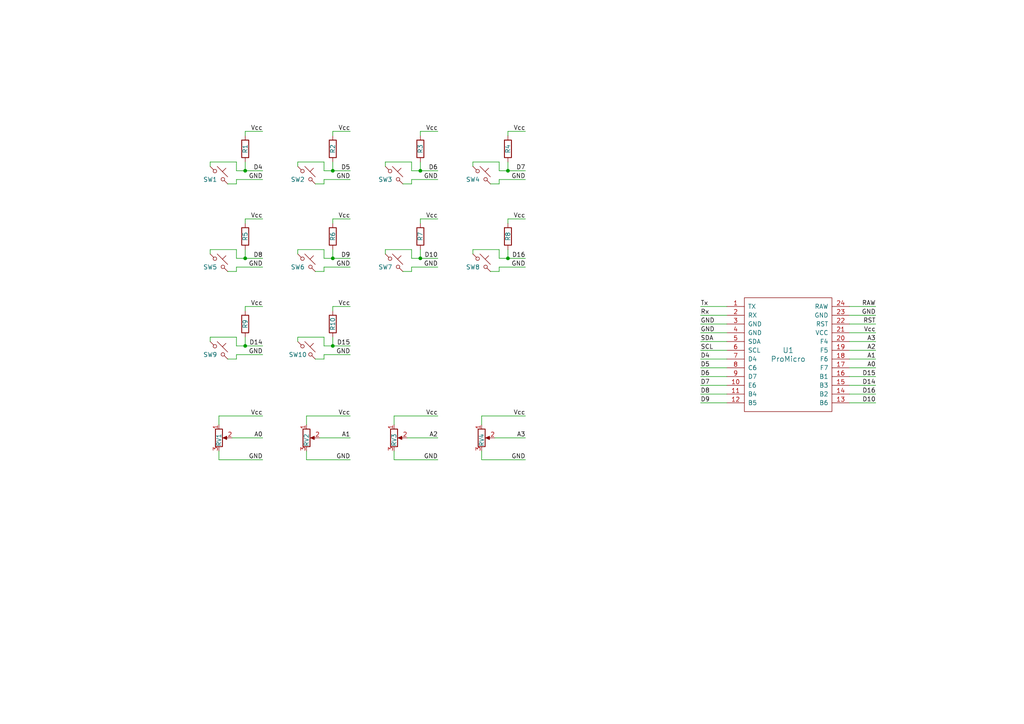
<source format=kicad_sch>
(kicad_sch (version 20230121) (generator eeschema)
  (paper "A4")
  (lib_symbols
    (symbol "Device:R" (pin_numbers hide) (pin_names (offset 0))
      (property "Reference" "R" (at 2.032 0 90))
      (property "Value" "R" (at 0 0 90))
      (symbol "R_0_1"
        (rectangle (start -1.016 -2.54) (end 1.016 2.54) (stroke (width 0.254)))
      )
      (symbol "R_1_1"
        (pin passive line (at 0 3.81 270) (length 1.27) (name "~") (number "1"))
        (pin passive line (at 0 -3.81 90) (length 1.27) (name "~") (number "2"))
      )
    )
    (symbol "Device:R_Potentiometer" (pin_names (offset 1.016) hide)
      (property "Reference" "RV" (at -4.445 0 90))
      (property "Value" "R_Potentiometer" (at -2.54 0 90))
      (symbol "R_Potentiometer_0_1"
        (polyline (pts (xy 2.54 0) (xy 1.524 0)))
        (polyline (pts (xy 1.143 0) (xy 2.286 0.508) (xy 2.286 -0.508) (xy 1.143 0)) (fill (type outline)))
        (rectangle (start 1.016 2.54) (end -1.016 -2.54) (stroke (width 0.254)))
      )
      (symbol "R_Potentiometer_1_1"
        (pin passive line (at 0 3.81 270) (length 1.27) (name "1") (number "1"))
        (pin passive line (at 3.81 0 180) (length 1.27) (name "2") (number "2"))
        (pin passive line (at 0 -3.81 90) (length 1.27) (name "3") (number "3"))
      )
    )
    (symbol "Switch:SW_Push_45deg" (pin_numbers hide) (pin_names (offset 1.016) hide)
      (property "Reference" "SW" (at 3.048 1.016 0))
      (property "Value" "SW_Push_45deg" (at 0 -3.81 0))
      (symbol "SW_Push_45deg_0_1"
        (circle (center -1.1684 1.1684) (radius 0.508))
        (polyline (pts (xy -0.508 2.54) (xy 2.54 -0.508)))
        (polyline (pts (xy 1.016 1.016) (xy 2.032 2.032)))
        (polyline (pts (xy -2.54 2.54) (xy -1.524 1.524) (xy -1.524 1.524)))
        (polyline (pts (xy 1.524 -1.524) (xy 2.54 -2.54) (xy 2.54 -2.54) (xy 2.54 -2.54)))
        (circle (center 1.143 -1.1938) (radius 0.508))
        (pin passive line (at -2.54 2.54 0) (length 0) (name "1") (number "1"))
        (pin passive line (at 2.54 -2.54 180) (length 0) (name "2") (number "2"))
      )
    )
    (symbol "promicro:ProMicro" (pin_names (offset 1.016))
      (property "Reference" "U" (at 0 24.13 0))
      (property "Value" "ProMicro" (at 0 -13.97 0))
      (symbol "ProMicro_0_1"
        (rectangle (start -12.7 21.59) (end 12.7 -11.43))
      )
      (symbol "ProMicro_1_1"
        (pin bidirectional line (at -17.78 19.05 0) (length 5.08) (name "TX") (number "1"))
        (pin bidirectional line (at -17.78 -3.81 0) (length 5.08) (name "E6") (number "10"))
        (pin bidirectional line (at -17.78 -6.35 0) (length 5.08) (name "B4") (number "11"))
        (pin bidirectional line (at -17.78 -8.89 0) (length 5.08) (name "B5") (number "12"))
        (pin bidirectional line (at 17.78 -8.89 180) (length 5.08) (name "B6") (number "13"))
        (pin bidirectional line (at 17.78 -6.35 180) (length 5.08) (name "B2") (number "14"))
        (pin bidirectional line (at 17.78 -3.81 180) (length 5.08) (name "B3") (number "15"))
        (pin bidirectional line (at 17.78 -1.27 180) (length 5.08) (name "B1") (number "16"))
        (pin bidirectional line (at 17.78 1.27 180) (length 5.08) (name "F7") (number "17"))
        (pin bidirectional line (at 17.78 3.81 180) (length 5.08) (name "F6") (number "18"))
        (pin bidirectional line (at 17.78 6.35 180) (length 5.08) (name "F5") (number "19"))
        (pin bidirectional line (at -17.78 16.51 0) (length 5.08) (name "RX") (number "2"))
        (pin bidirectional line (at 17.78 8.89 180) (length 5.08) (name "F4") (number "20"))
        (pin power_in line (at 17.78 11.43 180) (length 5.08) (name "VCC") (number "21"))
        (pin input line (at 17.78 13.97 180) (length 5.08) (name "RST") (number "22"))
        (pin power_in line (at 17.78 16.51 180) (length 5.08) (name "GND") (number "23"))
        (pin power_out line (at 17.78 19.05 180) (length 5.08) (name "RAW") (number "24"))
        (pin power_in line (at -17.78 13.97 0) (length 5.08) (name "GND") (number "3"))
        (pin power_in line (at -17.78 11.43 0) (length 5.08) (name "GND") (number "4"))
        (pin bidirectional line (at -17.78 8.89 0) (length 5.08) (name "SDA") (number "5"))
        (pin bidirectional line (at -17.78 6.35 0) (length 5.08) (name "SCL") (number "6"))
        (pin bidirectional line (at -17.78 3.81 0) (length 5.08) (name "D4") (number "7"))
        (pin bidirectional line (at -17.78 1.27 0) (length 5.08) (name "C6") (number "8"))
        (pin bidirectional line (at -17.78 -1.27 0) (length 5.08) (name "D7") (number "9"))
      )
    )
  )
  (junction (at 96.52 49.53))
  (junction (at 96.52 100.33))
  (junction (at 96.52 74.93))
  (junction (at 121.92 74.93))
  (junction (at 147.32 49.53))
  (junction (at 71.12 74.93))
  (junction (at 121.92 49.53))
  (junction (at 71.12 49.53))
  (junction (at 147.32 74.93))
  (junction (at 71.12 100.33))
  (wire (pts (xy 68.58 77.47) (xy 68.58 78.74)))
  (wire (pts (xy 63.5 120.65) (xy 63.5 123.19)))
  (wire (pts (xy 246.38 93.98) (xy 254 93.98)))
  (wire (pts (xy 144.78 72.39) (xy 137.16 72.39)))
  (wire (pts (xy 68.58 74.93) (xy 68.58 72.39)))
  (wire (pts (xy 76.2 63.5) (xy 71.12 63.5)))
  (wire (pts (xy 152.4 38.1) (xy 147.32 38.1)))
  (wire (pts (xy 96.52 88.9) (xy 96.52 90.17)))
  (wire (pts (xy 68.58 74.93) (xy 71.12 74.93)))
  (wire (pts (xy 68.58 104.14) (xy 66.04 104.14)))
  (wire (pts (xy 67.31 127) (xy 76.2 127)))
  (wire (pts (xy 101.6 133.35) (xy 88.9 133.35)))
  (wire (pts (xy 121.92 74.93) (xy 121.92 72.39)))
  (wire (pts (xy 203.2 106.68) (xy 210.82 106.68)))
  (wire (pts (xy 71.12 49.53) (xy 76.2 49.53)))
  (wire (pts (xy 96.52 100.33) (xy 101.6 100.33)))
  (wire (pts (xy 147.32 49.53) (xy 147.32 46.99)))
  (wire (pts (xy 68.58 100.33) (xy 68.58 97.79)))
  (wire (pts (xy 119.38 77.47) (xy 127 77.47)))
  (wire (pts (xy 144.78 77.47) (xy 152.4 77.47)))
  (wire (pts (xy 101.6 120.65) (xy 88.9 120.65)))
  (wire (pts (xy 93.98 74.93) (xy 93.98 72.39)))
  (wire (pts (xy 119.38 46.99) (xy 111.76 46.99)))
  (wire (pts (xy 121.92 38.1) (xy 121.92 39.37)))
  (wire (pts (xy 119.38 72.39) (xy 111.76 72.39)))
  (wire (pts (xy 76.2 133.35) (xy 63.5 133.35)))
  (wire (pts (xy 118.11 127) (xy 127 127)))
  (wire (pts (xy 101.6 63.5) (xy 96.52 63.5)))
  (wire (pts (xy 76.2 120.65) (xy 63.5 120.65)))
  (wire (pts (xy 147.32 63.5) (xy 147.32 64.77)))
  (wire (pts (xy 68.58 100.33) (xy 71.12 100.33)))
  (wire (pts (xy 203.2 93.98) (xy 210.82 93.98)))
  (wire (pts (xy 246.38 106.68) (xy 254 106.68)))
  (wire (pts (xy 119.38 77.47) (xy 119.38 78.74)))
  (wire (pts (xy 119.38 52.07) (xy 119.38 53.34)))
  (wire (pts (xy 203.2 109.22) (xy 210.82 109.22)))
  (wire (pts (xy 93.98 102.87) (xy 101.6 102.87)))
  (wire (pts (xy 144.78 52.07) (xy 144.78 53.34)))
  (wire (pts (xy 111.76 72.39) (xy 111.76 73.66)))
  (wire (pts (xy 203.2 116.84) (xy 210.82 116.84)))
  (wire (pts (xy 93.98 52.07) (xy 93.98 53.34)))
  (wire (pts (xy 68.58 102.87) (xy 76.2 102.87)))
  (wire (pts (xy 147.32 38.1) (xy 147.32 39.37)))
  (wire (pts (xy 144.78 77.47) (xy 144.78 78.74)))
  (wire (pts (xy 137.16 72.39) (xy 137.16 73.66)))
  (wire (pts (xy 92.71 127) (xy 101.6 127)))
  (wire (pts (xy 121.92 49.53) (xy 127 49.53)))
  (wire (pts (xy 71.12 74.93) (xy 71.12 72.39)))
  (wire (pts (xy 68.58 77.47) (xy 76.2 77.47)))
  (wire (pts (xy 93.98 52.07) (xy 101.6 52.07)))
  (wire (pts (xy 127 133.35) (xy 114.3 133.35)))
  (wire (pts (xy 76.2 88.9) (xy 71.12 88.9)))
  (wire (pts (xy 144.78 49.53) (xy 144.78 46.99)))
  (wire (pts (xy 96.52 49.53) (xy 101.6 49.53)))
  (wire (pts (xy 68.58 49.53) (xy 71.12 49.53)))
  (wire (pts (xy 246.38 109.22) (xy 254 109.22)))
  (wire (pts (xy 111.76 46.99) (xy 111.76 48.26)))
  (wire (pts (xy 60.96 72.39) (xy 60.96 73.66)))
  (wire (pts (xy 246.38 88.9) (xy 254 88.9)))
  (wire (pts (xy 144.78 52.07) (xy 152.4 52.07)))
  (wire (pts (xy 101.6 88.9) (xy 96.52 88.9)))
  (wire (pts (xy 88.9 133.35) (xy 88.9 130.81)))
  (wire (pts (xy 68.58 72.39) (xy 60.96 72.39)))
  (wire (pts (xy 71.12 100.33) (xy 71.12 97.79)))
  (wire (pts (xy 152.4 133.35) (xy 139.7 133.35)))
  (wire (pts (xy 93.98 102.87) (xy 93.98 104.14)))
  (wire (pts (xy 152.4 120.65) (xy 139.7 120.65)))
  (wire (pts (xy 203.2 96.52) (xy 210.82 96.52)))
  (wire (pts (xy 60.96 97.79) (xy 60.96 99.06)))
  (wire (pts (xy 147.32 49.53) (xy 152.4 49.53)))
  (wire (pts (xy 68.58 53.34) (xy 66.04 53.34)))
  (wire (pts (xy 71.12 100.33) (xy 76.2 100.33)))
  (wire (pts (xy 139.7 133.35) (xy 139.7 130.81)))
  (wire (pts (xy 144.78 74.93) (xy 147.32 74.93)))
  (wire (pts (xy 68.58 52.07) (xy 68.58 53.34)))
  (wire (pts (xy 114.3 120.65) (xy 114.3 123.19)))
  (wire (pts (xy 203.2 104.14) (xy 210.82 104.14)))
  (wire (pts (xy 86.36 46.99) (xy 86.36 48.26)))
  (wire (pts (xy 68.58 102.87) (xy 68.58 104.14)))
  (wire (pts (xy 68.58 52.07) (xy 76.2 52.07)))
  (wire (pts (xy 68.58 46.99) (xy 60.96 46.99)))
  (wire (pts (xy 119.38 49.53) (xy 119.38 46.99)))
  (wire (pts (xy 147.32 74.93) (xy 147.32 72.39)))
  (wire (pts (xy 203.2 99.06) (xy 210.82 99.06)))
  (wire (pts (xy 143.51 127) (xy 152.4 127)))
  (wire (pts (xy 203.2 91.44) (xy 210.82 91.44)))
  (wire (pts (xy 246.38 99.06) (xy 254 99.06)))
  (wire (pts (xy 93.98 77.47) (xy 101.6 77.47)))
  (wire (pts (xy 101.6 38.1) (xy 96.52 38.1)))
  (wire (pts (xy 93.98 49.53) (xy 93.98 46.99)))
  (wire (pts (xy 68.58 97.79) (xy 60.96 97.79)))
  (wire (pts (xy 246.38 116.84) (xy 254 116.84)))
  (wire (pts (xy 71.12 74.93) (xy 76.2 74.93)))
  (wire (pts (xy 93.98 97.79) (xy 86.36 97.79)))
  (wire (pts (xy 144.78 49.53) (xy 147.32 49.53)))
  (wire (pts (xy 246.38 104.14) (xy 254 104.14)))
  (wire (pts (xy 93.98 46.99) (xy 86.36 46.99)))
  (wire (pts (xy 119.38 78.74) (xy 116.84 78.74)))
  (wire (pts (xy 137.16 46.99) (xy 137.16 48.26)))
  (wire (pts (xy 88.9 120.65) (xy 88.9 123.19)))
  (wire (pts (xy 119.38 53.34) (xy 116.84 53.34)))
  (wire (pts (xy 86.36 72.39) (xy 86.36 73.66)))
  (wire (pts (xy 93.98 78.74) (xy 91.44 78.74)))
  (wire (pts (xy 93.98 72.39) (xy 86.36 72.39)))
  (wire (pts (xy 246.38 111.76) (xy 254 111.76)))
  (wire (pts (xy 114.3 133.35) (xy 114.3 130.81)))
  (wire (pts (xy 144.78 74.93) (xy 144.78 72.39)))
  (wire (pts (xy 93.98 53.34) (xy 91.44 53.34)))
  (wire (pts (xy 96.52 74.93) (xy 101.6 74.93)))
  (wire (pts (xy 96.52 63.5) (xy 96.52 64.77)))
  (wire (pts (xy 119.38 49.53) (xy 121.92 49.53)))
  (wire (pts (xy 76.2 38.1) (xy 71.12 38.1)))
  (wire (pts (xy 144.78 46.99) (xy 137.16 46.99)))
  (wire (pts (xy 93.98 77.47) (xy 93.98 78.74)))
  (wire (pts (xy 203.2 114.3) (xy 210.82 114.3)))
  (wire (pts (xy 203.2 88.9) (xy 210.82 88.9)))
  (wire (pts (xy 93.98 100.33) (xy 96.52 100.33)))
  (wire (pts (xy 71.12 49.53) (xy 71.12 46.99)))
  (wire (pts (xy 147.32 74.93) (xy 152.4 74.93)))
  (wire (pts (xy 203.2 101.6) (xy 210.82 101.6)))
  (wire (pts (xy 60.96 46.99) (xy 60.96 48.26)))
  (wire (pts (xy 96.52 49.53) (xy 96.52 46.99)))
  (wire (pts (xy 71.12 88.9) (xy 71.12 90.17)))
  (wire (pts (xy 96.52 100.33) (xy 96.52 97.79)))
  (wire (pts (xy 93.98 49.53) (xy 96.52 49.53)))
  (wire (pts (xy 93.98 100.33) (xy 93.98 97.79)))
  (wire (pts (xy 121.92 63.5) (xy 121.92 64.77)))
  (wire (pts (xy 93.98 74.93) (xy 96.52 74.93)))
  (wire (pts (xy 246.38 91.44) (xy 254 91.44)))
  (wire (pts (xy 119.38 74.93) (xy 121.92 74.93)))
  (wire (pts (xy 127 38.1) (xy 121.92 38.1)))
  (wire (pts (xy 152.4 63.5) (xy 147.32 63.5)))
  (wire (pts (xy 68.58 78.74) (xy 66.04 78.74)))
  (wire (pts (xy 246.38 114.3) (xy 254 114.3)))
  (wire (pts (xy 119.38 74.93) (xy 119.38 72.39)))
  (wire (pts (xy 71.12 38.1) (xy 71.12 39.37)))
  (wire (pts (xy 144.78 53.34) (xy 142.24 53.34)))
  (wire (pts (xy 246.38 101.6) (xy 254 101.6)))
  (wire (pts (xy 246.38 96.52) (xy 254 96.52)))
  (wire (pts (xy 144.78 78.74) (xy 142.24 78.74)))
  (wire (pts (xy 139.7 120.65) (xy 139.7 123.19)))
  (wire (pts (xy 121.92 49.53) (xy 121.92 46.99)))
  (wire (pts (xy 121.92 74.93) (xy 127 74.93)))
  (wire (pts (xy 86.36 97.79) (xy 86.36 99.06)))
  (wire (pts (xy 127 63.5) (xy 121.92 63.5)))
  (wire (pts (xy 203.2 111.76) (xy 210.82 111.76)))
  (wire (pts (xy 93.98 104.14) (xy 91.44 104.14)))
  (wire (pts (xy 71.12 63.5) (xy 71.12 64.77)))
  (wire (pts (xy 127 120.65) (xy 114.3 120.65)))
  (wire (pts (xy 63.5 133.35) (xy 63.5 130.81)))
  (wire (pts (xy 119.38 52.07) (xy 127 52.07)))
  (wire (pts (xy 96.52 38.1) (xy 96.52 39.37)))
  (wire (pts (xy 96.52 74.93) (xy 96.52 72.39)))
  (wire (pts (xy 68.58 49.53) (xy 68.58 46.99)))
  (label "Vcc" (at 152.4 63.5 180))
  (label "Vcc" (at 101.6 120.65 180))
  (label "Vcc" (at 254 96.52 180))
  (label "A3" (at 254 99.06 180))
  (label "GND" (at 101.6 52.07 180))
  (label "GND" (at 203.2 96.52 0))
  (label "D14" (at 254 111.76 180))
  (label "A0" (at 254 106.68 180))
  (label "GND" (at 127 52.07 180))
  (label "RAW" (at 254 88.9 180))
  (label "GND" (at 76.2 133.35 180))
  (label "Vcc" (at 101.6 63.5 180))
  (label "A2" (at 127 127 180))
  (label "A3" (at 152.4 127 180))
  (label "D10" (at 127 74.93 180))
  (label "GND" (at 203.2 93.98 0))
  (label "D9" (at 101.6 74.93 180))
  (label "D14" (at 76.2 100.33 180))
  (label "A1" (at 254 104.14 180))
  (label "D6" (at 203.2 109.22 0))
  (label "D4" (at 76.2 49.53 180))
  (label "Vcc" (at 76.2 38.1 180))
  (label "SDA" (at 203.2 99.06 0))
  (label "Tx" (at 203.2 88.9 0))
  (label "GND" (at 127 77.47 180))
  (label "D5" (at 101.6 49.53 180))
  (label "D9" (at 203.2 116.84 0))
  (label "Rx" (at 203.2 91.44 0))
  (label "SCL" (at 203.2 101.6 0))
  (label "D10" (at 254 116.84 180))
  (label "A1" (at 101.6 127 180))
  (label "Vcc" (at 152.4 38.1 180))
  (label "GND" (at 152.4 52.07 180))
  (label "GND" (at 152.4 77.47 180))
  (label "Vcc" (at 76.2 88.9 180))
  (label "D16" (at 254 114.3 180))
  (label "GND" (at 101.6 102.87 180))
  (label "D4" (at 203.2 104.14 0))
  (label "GND" (at 76.2 77.47 180))
  (label "D7" (at 152.4 49.53 180))
  (label "D16" (at 152.4 74.93 180))
  (label "D15" (at 101.6 100.33 180))
  (label "D8" (at 76.2 74.93 180))
  (label "A2" (at 254 101.6 180))
  (label "GND" (at 76.2 52.07 180))
  (label "Vcc" (at 76.2 63.5 180))
  (label "Vcc" (at 76.2 120.65 180))
  (label "GND" (at 152.4 133.35 180))
  (label "Vcc" (at 101.6 88.9 180))
  (label "D7" (at 203.2 111.76 0))
  (label "Vcc" (at 127 120.65 180))
  (label "D5" (at 203.2 106.68 0))
  (label "GND" (at 127 133.35 180))
  (label "GND" (at 76.2 102.87 180))
  (label "D15" (at 254 109.22 180))
  (label "Vcc" (at 127 63.5 180))
  (label "A0" (at 76.2 127 180))
  (label "Vcc" (at 127 38.1 180))
  (label "Vcc" (at 152.4 120.65 180))
  (label "RST" (at 254 93.98 180))
  (label "GND" (at 254 91.44 180))
  (label "GND" (at 101.6 133.35 180))
  (label "D8" (at 203.2 114.3 0))
  (label "GND" (at 101.6 77.47 180))
  (label "D6" (at 127 49.53 180))
  (label "Vcc" (at 101.6 38.1 180))
  (symbol (lib_id "Device:R") (at 71.12 68.58 180) (unit 1)
    (property "Reference" "R5" (at 71.12 68.58 90))
    (property "Value" "10k" (effects hide))
    (property "Footprint" "Resistor_SMD:R_1206_3216Metric" (effects hide))
  )
  (symbol (lib_id "Switch:SW_Push_45deg") (at 88.9 76.2 0) (unit 1)
    (property "Reference" "SW6" (at 86.36 77.47 0))
    (property "Value" "SW_Push_45deg" (effects hide))
    (property "Footprint" "Button_Switch_THT:SW_PUSH-12mm" (effects hide))
  )
  (symbol (lib_id "Device:R_Potentiometer") (at 114.3 127 0) (unit 1)
    (property "Reference" "RV3" (at 114.3 125.73 90) (effects (justify right)))
    (property "Value" "10k" (effects hide))
    (property "Footprint" "Potentiometer_THT:Potentiometer_TT_P0915N" (effects hide))
  )
  (symbol (lib_id "Device:R") (at 121.92 68.58 180) (unit 1)
    (property "Reference" "R7" (at 121.92 68.58 90))
    (property "Value" "10k" (effects hide))
    (property "Footprint" "Resistor_SMD:R_1206_3216Metric" (effects hide))
  )
  (symbol (lib_id "Switch:SW_Push_45deg") (at 88.9 101.6 0) (unit 1)
    (property "Reference" "SW10" (at 86.36 102.87 0))
    (property "Value" "SW_Push_45deg" (effects hide))
    (property "Footprint" "Button_Switch_THT:SW_PUSH-12mm" (effects hide))
  )
  (symbol (lib_id "Switch:SW_Push_45deg") (at 63.5 101.6 0) (unit 1)
    (property "Reference" "SW9" (at 60.96 102.87 0))
    (property "Value" "SW_Push_45deg" (effects hide))
    (property "Footprint" "Button_Switch_THT:SW_PUSH-12mm" (effects hide))
  )
  (symbol (lib_id "Switch:SW_Push_45deg") (at 63.5 50.8 0) (unit 1)
    (property "Reference" "SW1" (at 60.96 52.07 0))
    (property "Value" "SW_Push_45deg" (effects hide))
    (property "Footprint" "Button_Switch_THT:SW_PUSH-12mm" (effects hide))
  )
  (symbol (lib_id "Device:R_Potentiometer") (at 88.9 127 0) (unit 1)
    (property "Reference" "RV2" (at 88.9 125.73 90) (effects (justify right)))
    (property "Value" "10k" (effects hide))
    (property "Footprint" "Potentiometer_THT:Potentiometer_TT_P0915N" (effects hide))
  )
  (symbol (lib_id "Device:R") (at 147.32 68.58 180) (unit 1)
    (property "Reference" "R8" (at 147.32 68.58 90))
    (property "Value" "10k" (effects hide))
    (property "Footprint" "Resistor_SMD:R_1206_3216Metric" (effects hide))
  )
  (symbol (lib_id "Switch:SW_Push_45deg") (at 139.7 50.8 0) (unit 1)
    (property "Reference" "SW4" (at 137.16 52.07 0))
    (property "Value" "SW_Push_45deg" (effects hide))
    (property "Footprint" "Button_Switch_THT:SW_PUSH-12mm" (effects hide))
  )
  (symbol (lib_id "Device:R_Potentiometer") (at 139.7 127 0) (unit 1)
    (property "Reference" "RV4" (at 139.7 125.73 90) (effects (justify right)))
    (property "Value" "10k" (effects hide))
    (property "Footprint" "Potentiometer_THT:Potentiometer_TT_P0915N" (effects hide))
  )
  (symbol (lib_id "Device:R") (at 71.12 43.18 180) (unit 1)
    (property "Reference" "R1" (at 71.12 43.18 90))
    (property "Value" "10k" (effects hide))
    (property "Footprint" "Resistor_SMD:R_1206_3216Metric" (effects hide))
  )
  (symbol (lib_id "Device:R") (at 121.92 43.18 180) (unit 1)
    (property "Reference" "R3" (at 121.92 43.18 90))
    (property "Value" "10k" (effects hide))
    (property "Footprint" "Resistor_SMD:R_1206_3216Metric" (effects hide))
  )
  (symbol (lib_id "promicro:ProMicro") (at 228.6 107.95 0) (unit 1)
    (property "Reference" "U1" (at 228.6 101.6 0) (effects (font (size 1.524 1.524))))
    (property "Value" "ProMicro" (at 228.6 104.14 0) (effects (font (size 1.524 1.524))))
    (property "Footprint" "promicro:ProMicro" (effects hide))
  )
  (symbol (lib_id "Switch:SW_Push_45deg") (at 114.3 76.2 0) (unit 1)
    (property "Reference" "SW7" (at 111.76 77.47 0))
    (property "Value" "SW_Push_45deg" (effects hide))
    (property "Footprint" "Button_Switch_THT:SW_PUSH-12mm" (effects hide))
  )
  (symbol (lib_id "Device:R_Potentiometer") (at 63.5 127 0) (unit 1)
    (property "Reference" "RV1" (at 63.5 125.73 90) (effects (justify right)))
    (property "Value" "10k" (effects hide))
    (property "Footprint" "Potentiometer_THT:Potentiometer_TT_P0915N" (effects hide))
  )
  (symbol (lib_id "Device:R") (at 96.52 68.58 180) (unit 1)
    (property "Reference" "R6" (at 96.52 68.58 90))
    (property "Value" "10k" (effects hide))
    (property "Footprint" "Resistor_SMD:R_1206_3216Metric" (effects hide))
  )
  (symbol (lib_id "Switch:SW_Push_45deg") (at 63.5 76.2 0) (unit 1)
    (property "Reference" "SW5" (at 60.96 77.47 0))
    (property "Value" "SW_Push_45deg" (effects hide))
    (property "Footprint" "Button_Switch_THT:SW_PUSH-12mm" (effects hide))
  )
  (symbol (lib_id "Device:R") (at 96.52 43.18 180) (unit 1)
    (property "Reference" "R2" (at 96.52 43.18 90))
    (property "Value" "10k" (effects hide))
    (property "Footprint" "Resistor_SMD:R_1206_3216Metric" (effects hide))
  )
  (symbol (lib_id "Switch:SW_Push_45deg") (at 88.9 50.8 0) (unit 1)
    (property "Reference" "SW2" (at 86.36 52.07 0))
    (property "Value" "SW_Push_45deg" (effects hide))
    (property "Footprint" "Button_Switch_THT:SW_PUSH-12mm" (effects hide))
  )
  (symbol (lib_id "Switch:SW_Push_45deg") (at 139.7 76.2 0) (unit 1)
    (property "Reference" "SW8" (at 137.16 77.47 0))
    (property "Value" "SW_Push_45deg" (effects hide))
    (property "Footprint" "Button_Switch_THT:SW_PUSH-12mm" (effects hide))
  )
  (symbol (lib_id "Device:R") (at 96.52 93.98 180) (unit 1)
    (property "Reference" "R10" (at 96.52 93.98 90))
    (property "Value" "10k" (effects hide))
    (property "Footprint" "Resistor_SMD:R_1206_3216Metric" (effects hide))
  )
  (symbol (lib_id "Switch:SW_Push_45deg") (at 114.3 50.8 0) (unit 1)
    (property "Reference" "SW3" (at 111.76 52.07 0))
    (property "Value" "SW_Push_45deg" (effects hide))
    (property "Footprint" "Button_Switch_THT:SW_PUSH-12mm" (effects hide))
  )
  (symbol (lib_id "Device:R") (at 71.12 93.98 180) (unit 1)
    (property "Reference" "R9" (at 71.12 93.98 90))
    (property "Value" "10k" (effects hide))
    (property "Footprint" "Resistor_SMD:R_1206_3216Metric" (effects hide))
  )
  (symbol (lib_id "Device:R") (at 147.32 43.18 180) (unit 1)
    (property "Reference" "R4" (at 147.32 43.18 90))
    (property "Value" "10k" (effects hide))
    (property "Footprint" "Resistor_SMD:R_1206_3216Metric" (effects hide))
  )
)
</source>
